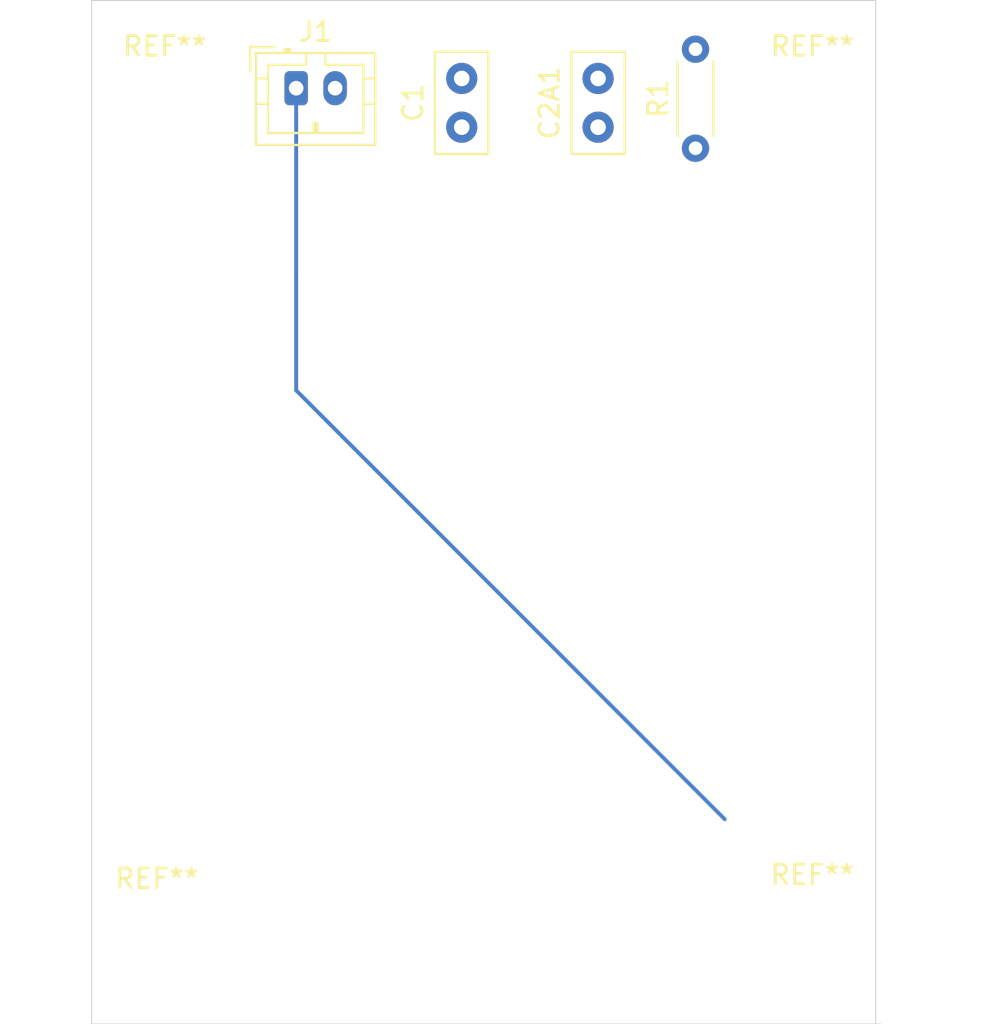
<source format=kicad_pcb>
(kicad_pcb (version 20241229) (generator "pcbnew") (generator_version "9.0")
  (layers (0 "F.Cu" signal) (2 "B.Cu" signal) (13 "F.Paste" user) (15 "B.Paste" user) (5 "F.SilkS" user "F.Silkscreen") (7 "B.SilkS" user "B.Silkscreen") (1 "F.Mask" user) (3 "B.Mask" user) (25 "Edge.Cuts" user))
  (net 0 "")
  (net 1 "Net-(J1-GND)")
  (net 2 "Net-(C1-Pad2)")
  (net 3 "Net-(C2A1-Pad1)")
  (net 4 "Net-(J1-EMI_SIG)")
  (net 5 "Net-(L1-Pad2)")
  (footprint "Resistor_THT:R_Axial_DIN0204_L3.6mm_D1.6mm_P5.08mm_Horizontal" (layer "F.Cu") (at 164.5 83.08 90)
    (property "Reference" "R1" (at 2.54 -1.92 90) (layer "F.SilkS"))
    (property "Value" "100k")
    (fp_line (start 0.62 -0.92) (end 4.46 -0.92) (stroke (width 0.12)) (layer "F.SilkS"))
    (fp_line (start 0.62 0.92) (end 4.46 0.92) (stroke (width 0.12)) (layer "F.SilkS"))
    (pad "1" thru_hole circle (at 0 0 90) (size 1.4 1.4) (drill 0.7) (layers "*.Cu" "*.Mask") (net 3 "Net-(C2A1-Pad1)"))
    (pad "2" thru_hole circle (at 5.08 0 90) (size 1.4 1.4) (drill 0.7) (layers "*.Cu" "*.Mask") (net 5 "Net-(L1-Pad2)"))
  )
  (footprint "Capacitor_THT:C_Disc_D5.0mm_W2.5mm_P2.50mm" (layer "F.Cu") (at 152.5 82 90)
    (property "Reference" "C1" (at 1.25 -2.5 90) (layer "F.SilkS"))
    (property "Value" "0.01uF")
    (fp_line (start 3.87 -1.37) (end 3.87 1.37) (stroke (width 0.12)) (layer "F.SilkS"))
    (fp_line (start -1.37 -1.37) (end 3.87 -1.37) (stroke (width 0.12)) (layer "F.SilkS"))
    (fp_line (start 3.87 1.37) (end -1.37 1.37) (stroke (width 0.12)) (layer "F.SilkS"))
    (fp_line (start -1.37 1.37) (end -1.37 -1.37) (stroke (width 0.12)) (layer "F.SilkS"))
    (pad "1" thru_hole circle (at 0 0 90) (size 1.6 1.6) (drill 0.8) (layers "*.Cu" "*.Mask") (net 1 "Net-(J1-GND)"))
    (pad "2" thru_hole circle (at 2.5 0 90) (size 1.6 1.6) (drill 0.8) (layers "*.Cu" "*.Mask") (net 2 "Net-(C1-Pad2)"))
  )
  (footprint "MountingHole:MountingHole_2.1mm" (layer "F.Cu") (at 136.85 123.6)
    (property "Reference" "REF**" (at 0 -3.05 0) (layer "F.SilkS"))
    (property "Value" "MountingHole_2.1mm")
    (pad "" np_thru_hole circle (at 0 0) (size 2.1 2.1) (drill 2.1) (layers "*.Cu" "*.Mask"))
  )
  (footprint "Capacitor_THT:C_Disc_D5.0mm_W2.5mm_P2.50mm" (layer "F.Cu") (at 159.5 82 90)
    (property "Reference" "C2A1" (at 1.25 -2.5 90) (layer "F.SilkS"))
    (property "Value" "DNP")
    (fp_line (start 3.87 -1.37) (end 3.87 1.37) (stroke (width 0.12)) (layer "F.SilkS"))
    (fp_line (start -1.37 -1.37) (end 3.87 -1.37) (stroke (width 0.12)) (layer "F.SilkS"))
    (fp_line (start 3.87 1.37) (end -1.37 1.37) (stroke (width 0.12)) (layer "F.SilkS"))
    (fp_line (start -1.37 1.37) (end -1.37 -1.37) (stroke (width 0.12)) (layer "F.SilkS"))
    (pad "1" thru_hole circle (at 0 0 90) (size 1.6 1.6) (drill 0.8) (layers "*.Cu" "*.Mask") (net 3 "Net-(C2A1-Pad1)"))
    (pad "2" thru_hole circle (at 2.5 0 90) (size 1.6 1.6) (drill 0.8) (layers "*.Cu" "*.Mask") (net 2 "Net-(C1-Pad2)"))
  )
  (footprint "MountingHole:MountingHole_2.2mm_M2" (layer "F.Cu") (at 170.5 81)
    (property "Reference" "REF**" (at 0 -3.15 0) (layer "F.SilkS"))
    (property "Value" "MountingHole_2.2mm_M2")
    (pad "" np_thru_hole circle (at 0 0) (size 2.2 2.2) (drill 2.2) (layers "*.Cu" "*.Mask"))
  )
  (footprint "MountingHole:MountingHole_2.2mm_M2" (layer "F.Cu") (at 170.5 123.5)
    (property "Reference" "REF**" (at 0 -3.15 0) (layer "F.SilkS"))
    (property "Value" "MountingHole_2.2mm_M2")
    (pad "" np_thru_hole circle (at 0 0) (size 2.2 2.2) (drill 2.2) (layers "*.Cu" "*.Mask"))
  )
  (footprint "MountingHole:MountingHole_2.5mm" (layer "F.Cu") (at 137.25 81.3)
    (property "Reference" "REF**" (at 0 -3.45 0) (layer "F.SilkS"))
    (property "Value" "MountingHole_2.5mm")
    (pad "" np_thru_hole circle (at 0 0) (size 2.5 2.5) (drill 2.5) (layers "*.Cu" "*.Mask"))
  )
  (footprint "Connector_JST:JST_PH_B2B-PH-K_1x02_P2.00mm_Vertical" (layer "F.Cu") (at 144 80)
    (property "Reference" "J1" (at 1 -2.9 0) (layer "F.SilkS"))
    (property "Value" "EMI-MAIN")
    (fp_line (start -2.36 -2.11) (end -2.36 -0.86) (stroke (width 0.12)) (layer "F.SilkS"))
    (fp_line (start -2.06 -1.81) (end -2.06 2.91) (stroke (width 0.12)) (layer "F.SilkS"))
    (fp_line (start -2.06 -0.5) (end -1.45 -0.5) (stroke (width 0.12)) (layer "F.SilkS"))
    (fp_line (start -2.06 0.8) (end -1.45 0.8) (stroke (width 0.12)) (layer "F.SilkS"))
    (fp_line (start -2.06 2.91) (end 4.06 2.91) (stroke (width 0.12)) (layer "F.SilkS"))
    (fp_line (start -1.45 -1.2) (end -1.45 2.3) (stroke (width 0.12)) (layer "F.SilkS"))
    (fp_line (start -1.45 2.3) (end 3.45 2.3) (stroke (width 0.12)) (layer "F.SilkS"))
    (fp_line (start -1.11 -2.11) (end -2.36 -2.11) (stroke (width 0.12)) (layer "F.SilkS"))
    (fp_line (start -0.6 -2.01) (end -0.6 -1.81) (stroke (width 0.12)) (layer "F.SilkS"))
    (fp_line (start -0.3 -2.01) (end -0.6 -2.01) (stroke (width 0.12)) (layer "F.SilkS"))
    (fp_line (start -0.3 -1.91) (end -0.6 -1.91) (stroke (width 0.12)) (layer "F.SilkS"))
    (fp_line (start -0.3 -1.81) (end -0.3 -2.01) (stroke (width 0.12)) (layer "F.SilkS"))
    (fp_line (start 0.5 -1.81) (end 0.5 -1.2) (stroke (width 0.12)) (layer "F.SilkS"))
    (fp_line (start 0.5 -1.2) (end -1.45 -1.2) (stroke (width 0.12)) (layer "F.SilkS"))
    (fp_line (start 0.9 1.8) (end 1.1 1.8) (stroke (width 0.12)) (layer "F.SilkS"))
    (fp_line (start 0.9 2.3) (end 0.9 1.8) (stroke (width 0.12)) (layer "F.SilkS"))
    (fp_line (start 1 2.3) (end 1 1.8) (stroke (width 0.12)) (layer "F.SilkS"))
    (fp_line (start 1.1 1.8) (end 1.1 2.3) (stroke (width 0.12)) (layer "F.SilkS"))
    (fp_line (start 1.5 -1.2) (end 1.5 -1.81) (stroke (width 0.12)) (layer "F.SilkS"))
    (fp_line (start 3.45 -1.2) (end 1.5 -1.2) (stroke (width 0.12)) (layer "F.SilkS"))
    (fp_line (start 3.45 2.3) (end 3.45 -1.2) (stroke (width 0.12)) (layer "F.SilkS"))
    (fp_line (start 4.06 -1.81) (end -2.06 -1.81) (stroke (width 0.12)) (layer "F.SilkS"))
    (fp_line (start 4.06 -0.5) (end 3.45 -0.5) (stroke (width 0.12)) (layer "F.SilkS"))
    (fp_line (start 4.06 0.8) (end 3.45 0.8) (stroke (width 0.12)) (layer "F.SilkS"))
    (fp_line (start 4.06 2.91) (end 4.06 -1.81) (stroke (width 0.12)) (layer "F.SilkS"))
    (pad "1" thru_hole roundrect (at 0 0) (size 1.2 1.75) (drill 0.75) (layers "*.Cu" "*.Mask") (roundrect_rratio 0.208333) (net 4 "Net-(J1-EMI_SIG)"))
    (pad "2" thru_hole oval (at 2 0) (size 1.2 1.75) (drill 0.75) (layers "*.Cu" "*.Mask") (net 1 "Net-(J1-GND)"))
  )
  (gr_line (start 133.5 75.5) (end 173.750776 75.5) (stroke (width 0.05)) (layer "Edge.Cuts"))
  (gr_line (start 173.75 75.5) (end 173.75 128) (stroke (width 0.05)) (layer "Edge.Cuts"))
  (gr_line (start 133.5 128) (end 174 128) (stroke (width 0.05)) (layer "Edge.Cuts"))
  (gr_line (start 133.5 75.5) (end 133.5 128.000415) (stroke (width 0.05)) (layer "Edge.Cuts"))
  (segment (start 144 95.5) (end 166 117.5) (width 0.2) (layer "B.Cu") (net 4))
  (segment (start 144 89.5) (end 144 95.5) (width 0.2) (layer "B.Cu") (net 4))
  (segment (start 144 80) (end 144 89.5) (width 0.2) (layer "B.Cu") (net 4))
)
</source>
